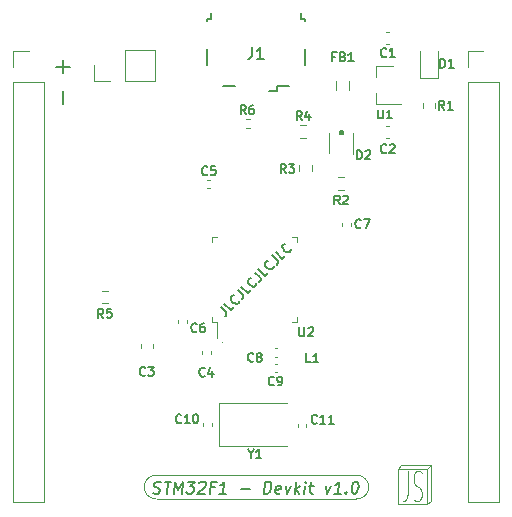
<source format=gbr>
%TF.GenerationSoftware,KiCad,Pcbnew,(5.1.12)-1*%
%TF.CreationDate,2021-12-29T23:54:55+01:00*%
%TF.ProjectId,STM32_Devkit,53544d33-325f-4446-9576-6b69742e6b69,rev?*%
%TF.SameCoordinates,Original*%
%TF.FileFunction,Legend,Top*%
%TF.FilePolarity,Positive*%
%FSLAX46Y46*%
G04 Gerber Fmt 4.6, Leading zero omitted, Abs format (unit mm)*
G04 Created by KiCad (PCBNEW (5.1.12)-1) date 2021-12-29 23:54:55*
%MOMM*%
%LPD*%
G01*
G04 APERTURE LIST*
%ADD10C,0.150000*%
%ADD11C,0.084000*%
%ADD12C,0.100000*%
%ADD13C,0.120000*%
G04 APERTURE END LIST*
D10*
X180027291Y-129853147D02*
X180431352Y-130257208D01*
X180485227Y-130364958D01*
X180485227Y-130472708D01*
X180431352Y-130580457D01*
X180377478Y-130634332D01*
X181131725Y-129880085D02*
X180862351Y-130149459D01*
X180296665Y-129583773D01*
X181589661Y-129314399D02*
X181589661Y-129368274D01*
X181535786Y-129476024D01*
X181481911Y-129529898D01*
X181374162Y-129583773D01*
X181266412Y-129583773D01*
X181185600Y-129556836D01*
X181050913Y-129476024D01*
X180970101Y-129395211D01*
X180889288Y-129260524D01*
X180862351Y-129179712D01*
X180862351Y-129071963D01*
X180916226Y-128964213D01*
X180970101Y-128910338D01*
X181077850Y-128856463D01*
X181131725Y-128856463D01*
X181481911Y-128398528D02*
X181885972Y-128802589D01*
X181939847Y-128910338D01*
X181939847Y-129018088D01*
X181885972Y-129125837D01*
X181832097Y-129179712D01*
X182586345Y-128425465D02*
X182316971Y-128694839D01*
X181751285Y-128129154D01*
X183044280Y-127859780D02*
X183044280Y-127913654D01*
X182990406Y-128021404D01*
X182936531Y-128075279D01*
X182828781Y-128129154D01*
X182721032Y-128129154D01*
X182640219Y-128102216D01*
X182505532Y-128021404D01*
X182424720Y-127940592D01*
X182343908Y-127805905D01*
X182316971Y-127725093D01*
X182316971Y-127617343D01*
X182370845Y-127509593D01*
X182424720Y-127455719D01*
X182532470Y-127401844D01*
X182586345Y-127401844D01*
X182936531Y-126943908D02*
X183340592Y-127347969D01*
X183394467Y-127455719D01*
X183394467Y-127563468D01*
X183340592Y-127671218D01*
X183286717Y-127725093D01*
X184040964Y-126970845D02*
X183771590Y-127240219D01*
X183205905Y-126674534D01*
X184498900Y-126405160D02*
X184498900Y-126459035D01*
X184445025Y-126566784D01*
X184391150Y-126620659D01*
X184283401Y-126674534D01*
X184175651Y-126674534D01*
X184094839Y-126647597D01*
X183960152Y-126566784D01*
X183879340Y-126485972D01*
X183798528Y-126351285D01*
X183771590Y-126270473D01*
X183771590Y-126162723D01*
X183825465Y-126054974D01*
X183879340Y-126001099D01*
X183987089Y-125947224D01*
X184040964Y-125947224D01*
X184391150Y-125489288D02*
X184795211Y-125893349D01*
X184849086Y-126001099D01*
X184849086Y-126108849D01*
X184795211Y-126216598D01*
X184741337Y-126270473D01*
X185495584Y-125516226D02*
X185226210Y-125785600D01*
X184660524Y-125219914D01*
X185953520Y-124950540D02*
X185953520Y-125004415D01*
X185899645Y-125112165D01*
X185845770Y-125166039D01*
X185738021Y-125219914D01*
X185630271Y-125219914D01*
X185549459Y-125192977D01*
X185414772Y-125112165D01*
X185333960Y-125031352D01*
X185253147Y-124896665D01*
X185226210Y-124815853D01*
X185226210Y-124708104D01*
X185280085Y-124600354D01*
X185333960Y-124546479D01*
X185441709Y-124492604D01*
X185495584Y-124492604D01*
D11*
X195300000Y-143250000D02*
X197800000Y-143250000D01*
X195000000Y-143550000D02*
X195300000Y-143250000D01*
X197500000Y-143550000D02*
X197800000Y-143250000D01*
X197800000Y-146250000D02*
X197800000Y-143250000D01*
X197500000Y-146550000D02*
X197800000Y-146250000D01*
X195000000Y-146550000D02*
X195000000Y-143550000D01*
X197500000Y-146550000D02*
X195000000Y-146550000D01*
X197500000Y-143550000D02*
X197500000Y-146550000D01*
X195000000Y-143550000D02*
X197500000Y-143550000D01*
D12*
X195866666Y-143753571D02*
X195866666Y-145575000D01*
X195811904Y-145939285D01*
X195702380Y-146182142D01*
X195538095Y-146303571D01*
X195428571Y-146303571D01*
X196359523Y-146182142D02*
X196523809Y-146303571D01*
X196797619Y-146303571D01*
X196907142Y-146182142D01*
X196961904Y-146060714D01*
X197016666Y-145817857D01*
X197016666Y-145575000D01*
X196961904Y-145332142D01*
X196907142Y-145210714D01*
X196797619Y-145089285D01*
X196578571Y-144967857D01*
X196469047Y-144846428D01*
X196414285Y-144725000D01*
X196359523Y-144482142D01*
X196359523Y-144239285D01*
X196414285Y-143996428D01*
X196469047Y-143875000D01*
X196578571Y-143753571D01*
X196852380Y-143753571D01*
X197016666Y-143875000D01*
D13*
X174550000Y-146100000D02*
G75*
G02*
X174550000Y-144100000I0J1000000D01*
G01*
X191470154Y-144101941D02*
G75*
G02*
X191500001Y-146099999I79846J-998059D01*
G01*
X174600000Y-146100000D02*
X191450000Y-146100000D01*
X174550000Y-144100000D02*
X191550000Y-144100000D01*
D10*
X174289300Y-145604761D02*
X174426205Y-145652380D01*
X174664300Y-145652380D01*
X174765491Y-145604761D01*
X174819062Y-145557142D01*
X174878586Y-145461904D01*
X174890491Y-145366666D01*
X174854776Y-145271428D01*
X174813110Y-145223809D01*
X174723824Y-145176190D01*
X174539300Y-145128571D01*
X174450014Y-145080952D01*
X174408348Y-145033333D01*
X174372633Y-144938095D01*
X174384538Y-144842857D01*
X174444062Y-144747619D01*
X174497633Y-144700000D01*
X174598824Y-144652380D01*
X174836919Y-144652380D01*
X174973824Y-144700000D01*
X175265491Y-144652380D02*
X175836919Y-144652380D01*
X175426205Y-145652380D02*
X175551205Y-144652380D01*
X176045252Y-145652380D02*
X176170252Y-144652380D01*
X176414300Y-145366666D01*
X176836919Y-144652380D01*
X176711919Y-145652380D01*
X177217872Y-144652380D02*
X177836919Y-144652380D01*
X177455967Y-145033333D01*
X177598824Y-145033333D01*
X177688110Y-145080952D01*
X177729776Y-145128571D01*
X177765491Y-145223809D01*
X177735729Y-145461904D01*
X177676205Y-145557142D01*
X177622633Y-145604761D01*
X177521443Y-145652380D01*
X177235729Y-145652380D01*
X177146443Y-145604761D01*
X177104776Y-145557142D01*
X178205967Y-144747619D02*
X178259538Y-144700000D01*
X178360729Y-144652380D01*
X178598824Y-144652380D01*
X178688110Y-144700000D01*
X178729776Y-144747619D01*
X178765491Y-144842857D01*
X178753586Y-144938095D01*
X178688110Y-145080952D01*
X178045252Y-145652380D01*
X178664300Y-145652380D01*
X179491681Y-145128571D02*
X179158348Y-145128571D01*
X179092872Y-145652380D02*
X179217872Y-144652380D01*
X179694062Y-144652380D01*
X180473824Y-145652380D02*
X179902395Y-145652380D01*
X180188110Y-145652380D02*
X180313110Y-144652380D01*
X180200014Y-144795238D01*
X180092872Y-144890476D01*
X179991681Y-144938095D01*
X181711919Y-145271428D02*
X182473824Y-145271428D01*
X183664300Y-145652380D02*
X183789300Y-144652380D01*
X184027395Y-144652380D01*
X184164300Y-144700000D01*
X184247633Y-144795238D01*
X184283348Y-144890476D01*
X184307157Y-145080952D01*
X184289300Y-145223809D01*
X184217872Y-145414285D01*
X184158348Y-145509523D01*
X184051205Y-145604761D01*
X183902395Y-145652380D01*
X183664300Y-145652380D01*
X185051205Y-145604761D02*
X184950014Y-145652380D01*
X184759538Y-145652380D01*
X184670252Y-145604761D01*
X184634538Y-145509523D01*
X184682157Y-145128571D01*
X184741681Y-145033333D01*
X184842872Y-144985714D01*
X185033348Y-144985714D01*
X185122633Y-145033333D01*
X185158348Y-145128571D01*
X185146443Y-145223809D01*
X184658348Y-145319047D01*
X185509538Y-144985714D02*
X185664300Y-145652380D01*
X185985729Y-144985714D01*
X186283348Y-145652380D02*
X186408348Y-144652380D01*
X186426205Y-145271428D02*
X186664300Y-145652380D01*
X186747633Y-144985714D02*
X186319062Y-145366666D01*
X187092872Y-145652380D02*
X187176205Y-144985714D01*
X187217872Y-144652380D02*
X187164300Y-144700000D01*
X187205967Y-144747619D01*
X187259538Y-144700000D01*
X187217872Y-144652380D01*
X187205967Y-144747619D01*
X187509538Y-144985714D02*
X187890491Y-144985714D01*
X187694062Y-144652380D02*
X187586919Y-145509523D01*
X187622633Y-145604761D01*
X187711919Y-145652380D01*
X187807157Y-145652380D01*
X188890491Y-144985714D02*
X189045252Y-145652380D01*
X189366681Y-144985714D01*
X190188110Y-145652380D02*
X189616681Y-145652380D01*
X189902395Y-145652380D02*
X190027395Y-144652380D01*
X189914300Y-144795238D01*
X189807157Y-144890476D01*
X189705967Y-144938095D01*
X190628586Y-145557142D02*
X190670252Y-145604761D01*
X190616681Y-145652380D01*
X190575014Y-145604761D01*
X190628586Y-145557142D01*
X190616681Y-145652380D01*
X191408348Y-144652380D02*
X191503586Y-144652380D01*
X191592872Y-144700000D01*
X191634538Y-144747619D01*
X191670252Y-144842857D01*
X191694062Y-145033333D01*
X191664300Y-145271428D01*
X191592872Y-145461904D01*
X191533348Y-145557142D01*
X191479776Y-145604761D01*
X191378586Y-145652380D01*
X191283348Y-145652380D01*
X191194062Y-145604761D01*
X191152395Y-145557142D01*
X191116681Y-145461904D01*
X191092872Y-145271428D01*
X191122633Y-145033333D01*
X191194062Y-144842857D01*
X191253586Y-144747619D01*
X191307157Y-144700000D01*
X191408348Y-144652380D01*
D13*
X180200000Y-132850000D02*
G75*
G03*
X180200000Y-132850000I-50000J0D01*
G01*
X184800000Y-111900000D02*
G75*
G03*
X184800000Y-111900000I-50000J0D01*
G01*
D10*
X166657142Y-112671428D02*
X166657142Y-111528571D01*
X166657142Y-110071428D02*
X166657142Y-108928571D01*
X167228571Y-109500000D02*
X166085714Y-109500000D01*
D12*
%TO.C,D2*%
G36*
X190050000Y-115200000D02*
G01*
X190050000Y-115000000D01*
X190150000Y-114900000D01*
X190250000Y-114900000D01*
X190350000Y-115000000D01*
X190350000Y-115200000D01*
X190050000Y-115200000D01*
G37*
X190050000Y-115200000D02*
X190050000Y-115000000D01*
X190150000Y-114900000D01*
X190250000Y-114900000D01*
X190350000Y-115000000D01*
X190350000Y-115200000D01*
X190050000Y-115200000D01*
D13*
X189150000Y-116800000D02*
X189150000Y-115100000D01*
X191250000Y-115100000D02*
X191250000Y-116900000D01*
%TO.C,C1*%
X194009420Y-107560000D02*
X194290580Y-107560000D01*
X194009420Y-106540000D02*
X194290580Y-106540000D01*
%TO.C,C2*%
X194290580Y-115560000D02*
X194009420Y-115560000D01*
X194290580Y-114540000D02*
X194009420Y-114540000D01*
%TO.C,C3*%
X173290000Y-133290580D02*
X173290000Y-133009420D01*
X174310000Y-133290580D02*
X174310000Y-133009420D01*
%TO.C,C4*%
X179160000Y-133592164D02*
X179160000Y-133807836D01*
X178440000Y-133592164D02*
X178440000Y-133807836D01*
%TO.C,C5*%
X178892164Y-119810000D02*
X179107836Y-119810000D01*
X178892164Y-119090000D02*
X179107836Y-119090000D01*
%TO.C,C6*%
X177160000Y-130992164D02*
X177160000Y-131207836D01*
X176440000Y-130992164D02*
X176440000Y-131207836D01*
%TO.C,C7*%
X190290000Y-122742164D02*
X190290000Y-122957836D01*
X191010000Y-122742164D02*
X191010000Y-122957836D01*
%TO.C,C8*%
X184807836Y-134060000D02*
X184592164Y-134060000D01*
X184807836Y-133340000D02*
X184592164Y-133340000D01*
%TO.C,C9*%
X184807836Y-134640000D02*
X184592164Y-134640000D01*
X184807836Y-135360000D02*
X184592164Y-135360000D01*
%TO.C,C10*%
X178540000Y-139907836D02*
X178540000Y-139692164D01*
X179260000Y-139907836D02*
X179260000Y-139692164D01*
%TO.C,C11*%
X186540000Y-139792164D02*
X186540000Y-140007836D01*
X187260000Y-139792164D02*
X187260000Y-140007836D01*
%TO.C,D1*%
X196915000Y-108212500D02*
X196915000Y-110497500D01*
X196915000Y-110497500D02*
X198385000Y-110497500D01*
X198385000Y-110497500D02*
X198385000Y-108212500D01*
%TO.C,FB1*%
X190860000Y-110700378D02*
X190860000Y-111499622D01*
X189740000Y-110700378D02*
X189740000Y-111499622D01*
D10*
%TO.C,J1*%
X187150000Y-109400000D02*
X187150000Y-108000000D01*
X187150000Y-105600000D02*
X187150000Y-105450000D01*
X187150000Y-105450000D02*
X186850000Y-105450000D01*
X186850000Y-105450000D02*
X186850000Y-105000000D01*
X179150000Y-105000000D02*
X179150000Y-105450000D01*
X179150000Y-105450000D02*
X178850000Y-105450000D01*
X178850000Y-105450000D02*
X178850000Y-105600000D01*
X178850000Y-108000000D02*
X178850000Y-109400000D01*
X184075000Y-111575000D02*
X184800000Y-111575000D01*
X184800000Y-111575000D02*
X184800000Y-111150000D01*
X184800000Y-111150000D02*
X185800000Y-111150000D01*
X181200000Y-111150000D02*
X180200000Y-111150000D01*
D13*
%TO.C,J2*%
X162420000Y-108170000D02*
X163750000Y-108170000D01*
X162420000Y-109500000D02*
X162420000Y-108170000D01*
X162420000Y-110770000D02*
X165080000Y-110770000D01*
X165080000Y-110770000D02*
X165080000Y-146390000D01*
X162420000Y-110770000D02*
X162420000Y-146390000D01*
X162420000Y-146390000D02*
X165080000Y-146390000D01*
%TO.C,J3*%
X200920000Y-146390000D02*
X203580000Y-146390000D01*
X200920000Y-110770000D02*
X200920000Y-146390000D01*
X203580000Y-110770000D02*
X203580000Y-146390000D01*
X200920000Y-110770000D02*
X203580000Y-110770000D01*
X200920000Y-109500000D02*
X200920000Y-108170000D01*
X200920000Y-108170000D02*
X202250000Y-108170000D01*
%TO.C,JP1*%
X174470000Y-110730000D02*
X174470000Y-108070000D01*
X171870000Y-110730000D02*
X174470000Y-110730000D01*
X171870000Y-108070000D02*
X174470000Y-108070000D01*
X171870000Y-110730000D02*
X171870000Y-108070000D01*
X170600000Y-110730000D02*
X169270000Y-110730000D01*
X169270000Y-110730000D02*
X169270000Y-109400000D01*
%TO.C,R1*%
X198172500Y-112562742D02*
X198172500Y-113037258D01*
X197127500Y-112562742D02*
X197127500Y-113037258D01*
%TO.C,R2*%
X190437258Y-119922500D02*
X189962742Y-119922500D01*
X190437258Y-118877500D02*
X189962742Y-118877500D01*
%TO.C,R3*%
X186677500Y-117837742D02*
X186677500Y-118312258D01*
X187722500Y-117837742D02*
X187722500Y-118312258D01*
%TO.C,R4*%
X187212258Y-115522500D02*
X186737742Y-115522500D01*
X187212258Y-114477500D02*
X186737742Y-114477500D01*
%TO.C,R5*%
X170437258Y-128477500D02*
X169962742Y-128477500D01*
X170437258Y-129522500D02*
X169962742Y-129522500D01*
%TO.C,R6*%
X182146359Y-113920000D02*
X182453641Y-113920000D01*
X182146359Y-114680000D02*
X182453641Y-114680000D01*
%TO.C,U1*%
X193140000Y-109470000D02*
X193140000Y-110400000D01*
X193140000Y-112630000D02*
X193140000Y-111700000D01*
X193140000Y-112630000D02*
X195300000Y-112630000D01*
X193140000Y-109470000D02*
X194600000Y-109470000D01*
%TO.C,U2*%
X186510000Y-124390000D02*
X186510000Y-123940000D01*
X186510000Y-123940000D02*
X186060000Y-123940000D01*
X186510000Y-130710000D02*
X186510000Y-131160000D01*
X186510000Y-131160000D02*
X186060000Y-131160000D01*
X179290000Y-124390000D02*
X179290000Y-123940000D01*
X179290000Y-123940000D02*
X179740000Y-123940000D01*
X179290000Y-130710000D02*
X179290000Y-131160000D01*
X179290000Y-131160000D02*
X179740000Y-131160000D01*
X179740000Y-131160000D02*
X179740000Y-132450000D01*
%TO.C,Y1*%
X185600000Y-138000000D02*
X179850000Y-138000000D01*
X179850000Y-138000000D02*
X179850000Y-141600000D01*
X179850000Y-141600000D02*
X185600000Y-141600000D01*
%TO.C,D2*%
D10*
X191546428Y-117339285D02*
X191546428Y-116589285D01*
X191725000Y-116589285D01*
X191832142Y-116625000D01*
X191903571Y-116696428D01*
X191939285Y-116767857D01*
X191975000Y-116910714D01*
X191975000Y-117017857D01*
X191939285Y-117160714D01*
X191903571Y-117232142D01*
X191832142Y-117303571D01*
X191725000Y-117339285D01*
X191546428Y-117339285D01*
X192260714Y-116660714D02*
X192296428Y-116625000D01*
X192367857Y-116589285D01*
X192546428Y-116589285D01*
X192617857Y-116625000D01*
X192653571Y-116660714D01*
X192689285Y-116732142D01*
X192689285Y-116803571D01*
X192653571Y-116910714D01*
X192225000Y-117339285D01*
X192689285Y-117339285D01*
%TO.C,C1*%
X194025000Y-108617857D02*
X193989285Y-108653571D01*
X193882142Y-108689285D01*
X193810714Y-108689285D01*
X193703571Y-108653571D01*
X193632142Y-108582142D01*
X193596428Y-108510714D01*
X193560714Y-108367857D01*
X193560714Y-108260714D01*
X193596428Y-108117857D01*
X193632142Y-108046428D01*
X193703571Y-107975000D01*
X193810714Y-107939285D01*
X193882142Y-107939285D01*
X193989285Y-107975000D01*
X194025000Y-108010714D01*
X194739285Y-108689285D02*
X194310714Y-108689285D01*
X194525000Y-108689285D02*
X194525000Y-107939285D01*
X194453571Y-108046428D01*
X194382142Y-108117857D01*
X194310714Y-108153571D01*
%TO.C,C2*%
X194025000Y-116747857D02*
X193989285Y-116783571D01*
X193882142Y-116819285D01*
X193810714Y-116819285D01*
X193703571Y-116783571D01*
X193632142Y-116712142D01*
X193596428Y-116640714D01*
X193560714Y-116497857D01*
X193560714Y-116390714D01*
X193596428Y-116247857D01*
X193632142Y-116176428D01*
X193703571Y-116105000D01*
X193810714Y-116069285D01*
X193882142Y-116069285D01*
X193989285Y-116105000D01*
X194025000Y-116140714D01*
X194310714Y-116140714D02*
X194346428Y-116105000D01*
X194417857Y-116069285D01*
X194596428Y-116069285D01*
X194667857Y-116105000D01*
X194703571Y-116140714D01*
X194739285Y-116212142D01*
X194739285Y-116283571D01*
X194703571Y-116390714D01*
X194275000Y-116819285D01*
X194739285Y-116819285D01*
%TO.C,C3*%
X173625000Y-135617857D02*
X173589285Y-135653571D01*
X173482142Y-135689285D01*
X173410714Y-135689285D01*
X173303571Y-135653571D01*
X173232142Y-135582142D01*
X173196428Y-135510714D01*
X173160714Y-135367857D01*
X173160714Y-135260714D01*
X173196428Y-135117857D01*
X173232142Y-135046428D01*
X173303571Y-134975000D01*
X173410714Y-134939285D01*
X173482142Y-134939285D01*
X173589285Y-134975000D01*
X173625000Y-135010714D01*
X173875000Y-134939285D02*
X174339285Y-134939285D01*
X174089285Y-135225000D01*
X174196428Y-135225000D01*
X174267857Y-135260714D01*
X174303571Y-135296428D01*
X174339285Y-135367857D01*
X174339285Y-135546428D01*
X174303571Y-135617857D01*
X174267857Y-135653571D01*
X174196428Y-135689285D01*
X173982142Y-135689285D01*
X173910714Y-135653571D01*
X173875000Y-135617857D01*
%TO.C,C4*%
X178675000Y-135667857D02*
X178639285Y-135703571D01*
X178532142Y-135739285D01*
X178460714Y-135739285D01*
X178353571Y-135703571D01*
X178282142Y-135632142D01*
X178246428Y-135560714D01*
X178210714Y-135417857D01*
X178210714Y-135310714D01*
X178246428Y-135167857D01*
X178282142Y-135096428D01*
X178353571Y-135025000D01*
X178460714Y-134989285D01*
X178532142Y-134989285D01*
X178639285Y-135025000D01*
X178675000Y-135060714D01*
X179317857Y-135239285D02*
X179317857Y-135739285D01*
X179139285Y-134953571D02*
X178960714Y-135489285D01*
X179425000Y-135489285D01*
%TO.C,C5*%
X178875000Y-118617857D02*
X178839285Y-118653571D01*
X178732142Y-118689285D01*
X178660714Y-118689285D01*
X178553571Y-118653571D01*
X178482142Y-118582142D01*
X178446428Y-118510714D01*
X178410714Y-118367857D01*
X178410714Y-118260714D01*
X178446428Y-118117857D01*
X178482142Y-118046428D01*
X178553571Y-117975000D01*
X178660714Y-117939285D01*
X178732142Y-117939285D01*
X178839285Y-117975000D01*
X178875000Y-118010714D01*
X179553571Y-117939285D02*
X179196428Y-117939285D01*
X179160714Y-118296428D01*
X179196428Y-118260714D01*
X179267857Y-118225000D01*
X179446428Y-118225000D01*
X179517857Y-118260714D01*
X179553571Y-118296428D01*
X179589285Y-118367857D01*
X179589285Y-118546428D01*
X179553571Y-118617857D01*
X179517857Y-118653571D01*
X179446428Y-118689285D01*
X179267857Y-118689285D01*
X179196428Y-118653571D01*
X179160714Y-118617857D01*
%TO.C,C6*%
X177975000Y-131917857D02*
X177939285Y-131953571D01*
X177832142Y-131989285D01*
X177760714Y-131989285D01*
X177653571Y-131953571D01*
X177582142Y-131882142D01*
X177546428Y-131810714D01*
X177510714Y-131667857D01*
X177510714Y-131560714D01*
X177546428Y-131417857D01*
X177582142Y-131346428D01*
X177653571Y-131275000D01*
X177760714Y-131239285D01*
X177832142Y-131239285D01*
X177939285Y-131275000D01*
X177975000Y-131310714D01*
X178617857Y-131239285D02*
X178475000Y-131239285D01*
X178403571Y-131275000D01*
X178367857Y-131310714D01*
X178296428Y-131417857D01*
X178260714Y-131560714D01*
X178260714Y-131846428D01*
X178296428Y-131917857D01*
X178332142Y-131953571D01*
X178403571Y-131989285D01*
X178546428Y-131989285D01*
X178617857Y-131953571D01*
X178653571Y-131917857D01*
X178689285Y-131846428D01*
X178689285Y-131667857D01*
X178653571Y-131596428D01*
X178617857Y-131560714D01*
X178546428Y-131525000D01*
X178403571Y-131525000D01*
X178332142Y-131560714D01*
X178296428Y-131596428D01*
X178260714Y-131667857D01*
%TO.C,C7*%
X191875000Y-123117857D02*
X191839285Y-123153571D01*
X191732142Y-123189285D01*
X191660714Y-123189285D01*
X191553571Y-123153571D01*
X191482142Y-123082142D01*
X191446428Y-123010714D01*
X191410714Y-122867857D01*
X191410714Y-122760714D01*
X191446428Y-122617857D01*
X191482142Y-122546428D01*
X191553571Y-122475000D01*
X191660714Y-122439285D01*
X191732142Y-122439285D01*
X191839285Y-122475000D01*
X191875000Y-122510714D01*
X192125000Y-122439285D02*
X192625000Y-122439285D01*
X192303571Y-123189285D01*
%TO.C,C8*%
X182775000Y-134417857D02*
X182739285Y-134453571D01*
X182632142Y-134489285D01*
X182560714Y-134489285D01*
X182453571Y-134453571D01*
X182382142Y-134382142D01*
X182346428Y-134310714D01*
X182310714Y-134167857D01*
X182310714Y-134060714D01*
X182346428Y-133917857D01*
X182382142Y-133846428D01*
X182453571Y-133775000D01*
X182560714Y-133739285D01*
X182632142Y-133739285D01*
X182739285Y-133775000D01*
X182775000Y-133810714D01*
X183203571Y-134060714D02*
X183132142Y-134025000D01*
X183096428Y-133989285D01*
X183060714Y-133917857D01*
X183060714Y-133882142D01*
X183096428Y-133810714D01*
X183132142Y-133775000D01*
X183203571Y-133739285D01*
X183346428Y-133739285D01*
X183417857Y-133775000D01*
X183453571Y-133810714D01*
X183489285Y-133882142D01*
X183489285Y-133917857D01*
X183453571Y-133989285D01*
X183417857Y-134025000D01*
X183346428Y-134060714D01*
X183203571Y-134060714D01*
X183132142Y-134096428D01*
X183096428Y-134132142D01*
X183060714Y-134203571D01*
X183060714Y-134346428D01*
X183096428Y-134417857D01*
X183132142Y-134453571D01*
X183203571Y-134489285D01*
X183346428Y-134489285D01*
X183417857Y-134453571D01*
X183453571Y-134417857D01*
X183489285Y-134346428D01*
X183489285Y-134203571D01*
X183453571Y-134132142D01*
X183417857Y-134096428D01*
X183346428Y-134060714D01*
%TO.C,C9*%
X184525000Y-136417857D02*
X184489285Y-136453571D01*
X184382142Y-136489285D01*
X184310714Y-136489285D01*
X184203571Y-136453571D01*
X184132142Y-136382142D01*
X184096428Y-136310714D01*
X184060714Y-136167857D01*
X184060714Y-136060714D01*
X184096428Y-135917857D01*
X184132142Y-135846428D01*
X184203571Y-135775000D01*
X184310714Y-135739285D01*
X184382142Y-135739285D01*
X184489285Y-135775000D01*
X184525000Y-135810714D01*
X184882142Y-136489285D02*
X185025000Y-136489285D01*
X185096428Y-136453571D01*
X185132142Y-136417857D01*
X185203571Y-136310714D01*
X185239285Y-136167857D01*
X185239285Y-135882142D01*
X185203571Y-135810714D01*
X185167857Y-135775000D01*
X185096428Y-135739285D01*
X184953571Y-135739285D01*
X184882142Y-135775000D01*
X184846428Y-135810714D01*
X184810714Y-135882142D01*
X184810714Y-136060714D01*
X184846428Y-136132142D01*
X184882142Y-136167857D01*
X184953571Y-136203571D01*
X185096428Y-136203571D01*
X185167857Y-136167857D01*
X185203571Y-136132142D01*
X185239285Y-136060714D01*
%TO.C,C10*%
X176667857Y-139617857D02*
X176632142Y-139653571D01*
X176525000Y-139689285D01*
X176453571Y-139689285D01*
X176346428Y-139653571D01*
X176275000Y-139582142D01*
X176239285Y-139510714D01*
X176203571Y-139367857D01*
X176203571Y-139260714D01*
X176239285Y-139117857D01*
X176275000Y-139046428D01*
X176346428Y-138975000D01*
X176453571Y-138939285D01*
X176525000Y-138939285D01*
X176632142Y-138975000D01*
X176667857Y-139010714D01*
X177382142Y-139689285D02*
X176953571Y-139689285D01*
X177167857Y-139689285D02*
X177167857Y-138939285D01*
X177096428Y-139046428D01*
X177025000Y-139117857D01*
X176953571Y-139153571D01*
X177846428Y-138939285D02*
X177917857Y-138939285D01*
X177989285Y-138975000D01*
X178025000Y-139010714D01*
X178060714Y-139082142D01*
X178096428Y-139225000D01*
X178096428Y-139403571D01*
X178060714Y-139546428D01*
X178025000Y-139617857D01*
X177989285Y-139653571D01*
X177917857Y-139689285D01*
X177846428Y-139689285D01*
X177775000Y-139653571D01*
X177739285Y-139617857D01*
X177703571Y-139546428D01*
X177667857Y-139403571D01*
X177667857Y-139225000D01*
X177703571Y-139082142D01*
X177739285Y-139010714D01*
X177775000Y-138975000D01*
X177846428Y-138939285D01*
%TO.C,C11*%
X188167857Y-139667857D02*
X188132142Y-139703571D01*
X188025000Y-139739285D01*
X187953571Y-139739285D01*
X187846428Y-139703571D01*
X187775000Y-139632142D01*
X187739285Y-139560714D01*
X187703571Y-139417857D01*
X187703571Y-139310714D01*
X187739285Y-139167857D01*
X187775000Y-139096428D01*
X187846428Y-139025000D01*
X187953571Y-138989285D01*
X188025000Y-138989285D01*
X188132142Y-139025000D01*
X188167857Y-139060714D01*
X188882142Y-139739285D02*
X188453571Y-139739285D01*
X188667857Y-139739285D02*
X188667857Y-138989285D01*
X188596428Y-139096428D01*
X188525000Y-139167857D01*
X188453571Y-139203571D01*
X189596428Y-139739285D02*
X189167857Y-139739285D01*
X189382142Y-139739285D02*
X189382142Y-138989285D01*
X189310714Y-139096428D01*
X189239285Y-139167857D01*
X189167857Y-139203571D01*
%TO.C,D1*%
X198596428Y-109589285D02*
X198596428Y-108839285D01*
X198775000Y-108839285D01*
X198882142Y-108875000D01*
X198953571Y-108946428D01*
X198989285Y-109017857D01*
X199025000Y-109160714D01*
X199025000Y-109267857D01*
X198989285Y-109410714D01*
X198953571Y-109482142D01*
X198882142Y-109553571D01*
X198775000Y-109589285D01*
X198596428Y-109589285D01*
X199739285Y-109589285D02*
X199310714Y-109589285D01*
X199525000Y-109589285D02*
X199525000Y-108839285D01*
X199453571Y-108946428D01*
X199382142Y-109017857D01*
X199310714Y-109053571D01*
%TO.C,FB1*%
X189725000Y-108646428D02*
X189475000Y-108646428D01*
X189475000Y-109039285D02*
X189475000Y-108289285D01*
X189832142Y-108289285D01*
X190367857Y-108646428D02*
X190475000Y-108682142D01*
X190510714Y-108717857D01*
X190546428Y-108789285D01*
X190546428Y-108896428D01*
X190510714Y-108967857D01*
X190475000Y-109003571D01*
X190403571Y-109039285D01*
X190117857Y-109039285D01*
X190117857Y-108289285D01*
X190367857Y-108289285D01*
X190439285Y-108325000D01*
X190475000Y-108360714D01*
X190510714Y-108432142D01*
X190510714Y-108503571D01*
X190475000Y-108575000D01*
X190439285Y-108610714D01*
X190367857Y-108646428D01*
X190117857Y-108646428D01*
X191260714Y-109039285D02*
X190832142Y-109039285D01*
X191046428Y-109039285D02*
X191046428Y-108289285D01*
X190975000Y-108396428D01*
X190903571Y-108467857D01*
X190832142Y-108503571D01*
%TO.C,J1*%
X182666666Y-107852380D02*
X182666666Y-108566666D01*
X182619047Y-108709523D01*
X182523809Y-108804761D01*
X182380952Y-108852380D01*
X182285714Y-108852380D01*
X183666666Y-108852380D02*
X183095238Y-108852380D01*
X183380952Y-108852380D02*
X183380952Y-107852380D01*
X183285714Y-107995238D01*
X183190476Y-108090476D01*
X183095238Y-108138095D01*
%TO.C,L1*%
X187625000Y-134539285D02*
X187267857Y-134539285D01*
X187267857Y-133789285D01*
X188267857Y-134539285D02*
X187839285Y-134539285D01*
X188053571Y-134539285D02*
X188053571Y-133789285D01*
X187982142Y-133896428D01*
X187910714Y-133967857D01*
X187839285Y-134003571D01*
%TO.C,R1*%
X198955000Y-113139285D02*
X198705000Y-112782142D01*
X198526428Y-113139285D02*
X198526428Y-112389285D01*
X198812142Y-112389285D01*
X198883571Y-112425000D01*
X198919285Y-112460714D01*
X198955000Y-112532142D01*
X198955000Y-112639285D01*
X198919285Y-112710714D01*
X198883571Y-112746428D01*
X198812142Y-112782142D01*
X198526428Y-112782142D01*
X199669285Y-113139285D02*
X199240714Y-113139285D01*
X199455000Y-113139285D02*
X199455000Y-112389285D01*
X199383571Y-112496428D01*
X199312142Y-112567857D01*
X199240714Y-112603571D01*
%TO.C,R2*%
X190075000Y-121169285D02*
X189825000Y-120812142D01*
X189646428Y-121169285D02*
X189646428Y-120419285D01*
X189932142Y-120419285D01*
X190003571Y-120455000D01*
X190039285Y-120490714D01*
X190075000Y-120562142D01*
X190075000Y-120669285D01*
X190039285Y-120740714D01*
X190003571Y-120776428D01*
X189932142Y-120812142D01*
X189646428Y-120812142D01*
X190360714Y-120490714D02*
X190396428Y-120455000D01*
X190467857Y-120419285D01*
X190646428Y-120419285D01*
X190717857Y-120455000D01*
X190753571Y-120490714D01*
X190789285Y-120562142D01*
X190789285Y-120633571D01*
X190753571Y-120740714D01*
X190325000Y-121169285D01*
X190789285Y-121169285D01*
%TO.C,R3*%
X185525000Y-118489285D02*
X185275000Y-118132142D01*
X185096428Y-118489285D02*
X185096428Y-117739285D01*
X185382142Y-117739285D01*
X185453571Y-117775000D01*
X185489285Y-117810714D01*
X185525000Y-117882142D01*
X185525000Y-117989285D01*
X185489285Y-118060714D01*
X185453571Y-118096428D01*
X185382142Y-118132142D01*
X185096428Y-118132142D01*
X185775000Y-117739285D02*
X186239285Y-117739285D01*
X185989285Y-118025000D01*
X186096428Y-118025000D01*
X186167857Y-118060714D01*
X186203571Y-118096428D01*
X186239285Y-118167857D01*
X186239285Y-118346428D01*
X186203571Y-118417857D01*
X186167857Y-118453571D01*
X186096428Y-118489285D01*
X185882142Y-118489285D01*
X185810714Y-118453571D01*
X185775000Y-118417857D01*
%TO.C,R4*%
X186875000Y-114039285D02*
X186625000Y-113682142D01*
X186446428Y-114039285D02*
X186446428Y-113289285D01*
X186732142Y-113289285D01*
X186803571Y-113325000D01*
X186839285Y-113360714D01*
X186875000Y-113432142D01*
X186875000Y-113539285D01*
X186839285Y-113610714D01*
X186803571Y-113646428D01*
X186732142Y-113682142D01*
X186446428Y-113682142D01*
X187517857Y-113539285D02*
X187517857Y-114039285D01*
X187339285Y-113253571D02*
X187160714Y-113789285D01*
X187625000Y-113789285D01*
%TO.C,R5*%
X170075000Y-130769285D02*
X169825000Y-130412142D01*
X169646428Y-130769285D02*
X169646428Y-130019285D01*
X169932142Y-130019285D01*
X170003571Y-130055000D01*
X170039285Y-130090714D01*
X170075000Y-130162142D01*
X170075000Y-130269285D01*
X170039285Y-130340714D01*
X170003571Y-130376428D01*
X169932142Y-130412142D01*
X169646428Y-130412142D01*
X170753571Y-130019285D02*
X170396428Y-130019285D01*
X170360714Y-130376428D01*
X170396428Y-130340714D01*
X170467857Y-130305000D01*
X170646428Y-130305000D01*
X170717857Y-130340714D01*
X170753571Y-130376428D01*
X170789285Y-130447857D01*
X170789285Y-130626428D01*
X170753571Y-130697857D01*
X170717857Y-130733571D01*
X170646428Y-130769285D01*
X170467857Y-130769285D01*
X170396428Y-130733571D01*
X170360714Y-130697857D01*
%TO.C,R6*%
X182125000Y-113539285D02*
X181875000Y-113182142D01*
X181696428Y-113539285D02*
X181696428Y-112789285D01*
X181982142Y-112789285D01*
X182053571Y-112825000D01*
X182089285Y-112860714D01*
X182125000Y-112932142D01*
X182125000Y-113039285D01*
X182089285Y-113110714D01*
X182053571Y-113146428D01*
X181982142Y-113182142D01*
X181696428Y-113182142D01*
X182767857Y-112789285D02*
X182625000Y-112789285D01*
X182553571Y-112825000D01*
X182517857Y-112860714D01*
X182446428Y-112967857D01*
X182410714Y-113110714D01*
X182410714Y-113396428D01*
X182446428Y-113467857D01*
X182482142Y-113503571D01*
X182553571Y-113539285D01*
X182696428Y-113539285D01*
X182767857Y-113503571D01*
X182803571Y-113467857D01*
X182839285Y-113396428D01*
X182839285Y-113217857D01*
X182803571Y-113146428D01*
X182767857Y-113110714D01*
X182696428Y-113075000D01*
X182553571Y-113075000D01*
X182482142Y-113110714D01*
X182446428Y-113146428D01*
X182410714Y-113217857D01*
%TO.C,U1*%
X193328571Y-113139285D02*
X193328571Y-113746428D01*
X193364285Y-113817857D01*
X193400000Y-113853571D01*
X193471428Y-113889285D01*
X193614285Y-113889285D01*
X193685714Y-113853571D01*
X193721428Y-113817857D01*
X193757142Y-113746428D01*
X193757142Y-113139285D01*
X194507142Y-113889285D02*
X194078571Y-113889285D01*
X194292857Y-113889285D02*
X194292857Y-113139285D01*
X194221428Y-113246428D01*
X194150000Y-113317857D01*
X194078571Y-113353571D01*
%TO.C,U2*%
X186678571Y-131589285D02*
X186678571Y-132196428D01*
X186714285Y-132267857D01*
X186750000Y-132303571D01*
X186821428Y-132339285D01*
X186964285Y-132339285D01*
X187035714Y-132303571D01*
X187071428Y-132267857D01*
X187107142Y-132196428D01*
X187107142Y-131589285D01*
X187428571Y-131660714D02*
X187464285Y-131625000D01*
X187535714Y-131589285D01*
X187714285Y-131589285D01*
X187785714Y-131625000D01*
X187821428Y-131660714D01*
X187857142Y-131732142D01*
X187857142Y-131803571D01*
X187821428Y-131910714D01*
X187392857Y-132339285D01*
X187857142Y-132339285D01*
%TO.C,Y1*%
X182542857Y-142282142D02*
X182542857Y-142639285D01*
X182292857Y-141889285D02*
X182542857Y-142282142D01*
X182792857Y-141889285D01*
X183435714Y-142639285D02*
X183007142Y-142639285D01*
X183221428Y-142639285D02*
X183221428Y-141889285D01*
X183150000Y-141996428D01*
X183078571Y-142067857D01*
X183007142Y-142103571D01*
%TD*%
M02*

</source>
